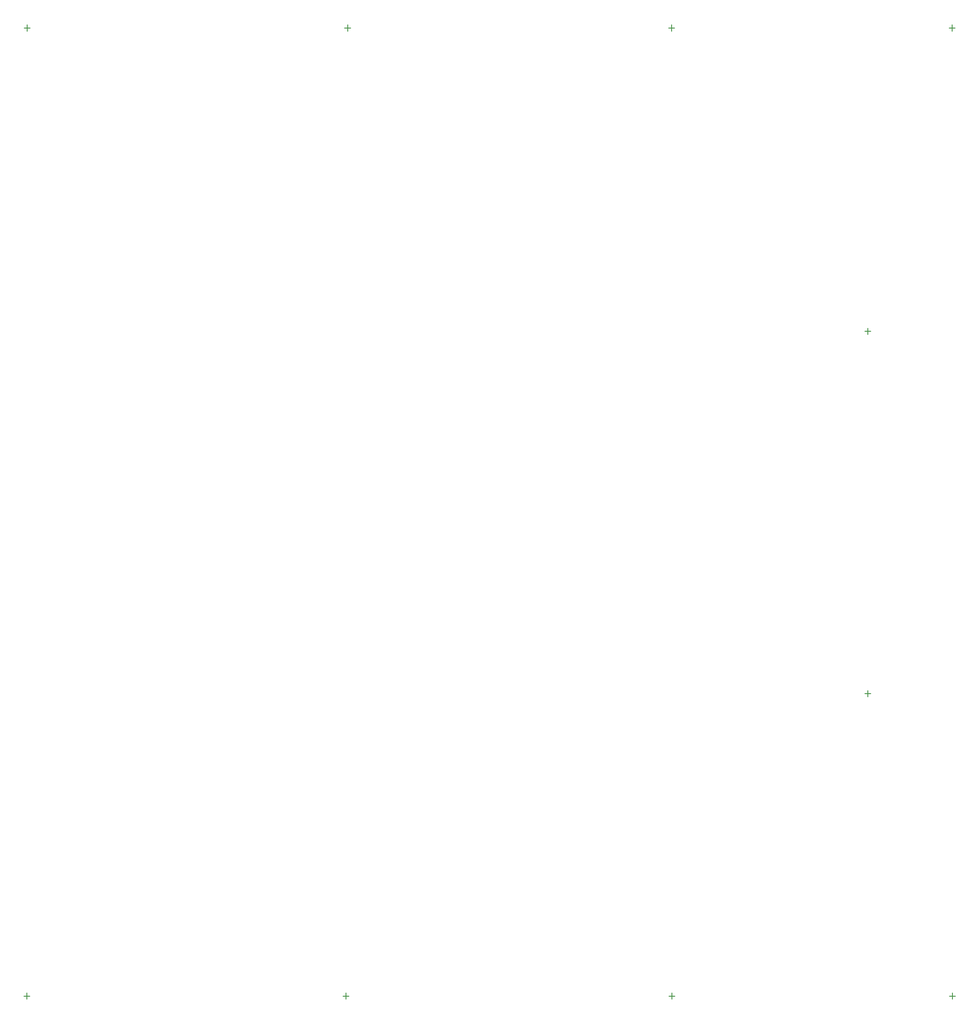
<source format=gbr>
%TF.GenerationSoftware,Altium Limited,Altium Designer,25.3.3 (18)*%
G04 Layer_Color=32768*
%FSLAX45Y45*%
%MOMM*%
%TF.SameCoordinates,A4CA6E92-6A9D-4088-ADF9-EEBE24E4F9EE*%
%TF.FilePolarity,Positive*%
%TF.FileFunction,Other,Mechanical_15*%
%TF.Part,Single*%
G01*
G75*
%TA.AperFunction,NonConductor*%
%ADD72C,0.25400*%
D72*
X20800000Y1200000D02*
X20888223D01*
X20717262Y1201078D02*
X20805486D01*
X20800000Y1110705D02*
Y1200000D01*
Y1289294D01*
X11500000Y1200000D02*
X11588223D01*
X11417263Y1201078D02*
X11505487D01*
X11500000Y1110705D02*
Y1200000D01*
Y1289294D01*
X2400000Y1200000D02*
X2488223D01*
X2317263Y1201078D02*
X2405486D01*
X2400000Y1110705D02*
Y1200000D01*
Y1289294D01*
X26387500Y20155000D02*
X26475723D01*
X26304764Y20156078D02*
X26392987D01*
X26387500Y20065706D02*
Y20155000D01*
Y20244295D01*
X28704276Y28800000D02*
X28792499D01*
X28787015Y28798923D02*
X28875238D01*
X28792499Y28800000D02*
Y28889294D01*
Y28710706D02*
Y28800000D01*
X20704277D02*
X20792500D01*
X20787013Y28798923D02*
X20875237D01*
X20792500Y28800000D02*
Y28889294D01*
Y28710706D02*
Y28800000D01*
X26299277Y9825000D02*
X26387500D01*
X26382013Y9823922D02*
X26470236D01*
X26387500Y9825000D02*
Y9914295D01*
Y9735706D02*
Y9825000D01*
X2410000Y28710706D02*
Y28800000D01*
Y28889294D01*
X2404514Y28798923D02*
X2492737D01*
X2321777Y28800000D02*
X2410000D01*
X11552500Y28710706D02*
Y28800000D01*
Y28889294D01*
X11547013Y28798923D02*
X11635237D01*
X11464277Y28800000D02*
X11552500D01*
X28800000Y1200000D02*
Y1289294D01*
Y1110705D02*
Y1200000D01*
X28717264Y1201078D02*
X28805487D01*
X28800000Y1200000D02*
X28888223D01*
%TF.MD5,da4278fa93988e3e147989731c1cd1aa*%
M02*

</source>
